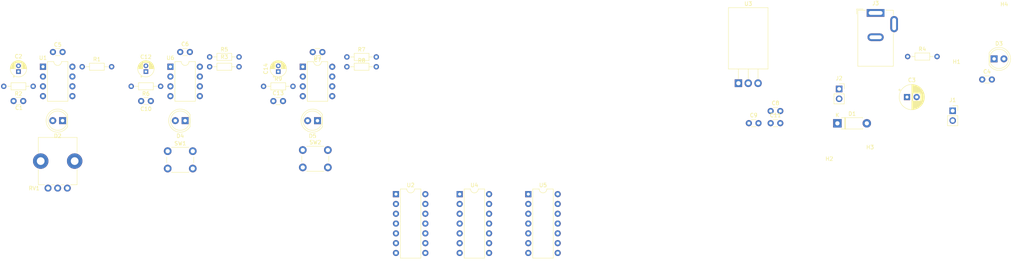
<source format=kicad_pcb>
(kicad_pcb (version 20220308) (generator pcbnew)
  (layers (0 "F.Cu" signal) (31 "B.Cu" signal) (34 "B.Paste" user) (35 "F.Paste" user) (36 "B.SilkS" user "B.Silkscreen") (37 "F.SilkS" user "F.Silkscreen") (38 "B.Mask" user) (39 "F.Mask" user) (44 "Edge.Cuts" user))
  (net 0 "")
  (net 1 "GND")
  (net 2 "Net-(U1-CV)")
  (net 3 "Net-(U1-THR)")
  (net 4 "Net-(D4-A)")
  (net 5 "+5V")
  (net 6 "/clock_out")
  (net 7 "/manual_out")
  (net 8 "Net-(D3-K)")
  (net 9 "/select_pulse")
  (net 10 "/output")
  (net 11 "VCC")
  (net 12 "Net-(U1-DIS)")
  (net 26 "Net-(D1-K)")
  (net 27 "Net-(U6-CV)")
  (net 28 "Net-(U6-DIS)")
  (net 29 "Net-(U7-CV)")
  (net 30 "Net-(U7-DIS)")
  (net 31 "Net-(D2-A)")
  (net 33 "Net-(U6-TR)")
  (net 34 "Net-(U7-TR)")
  (net 35 "Net-(U2A-~{Q})")
  (net 36 "Net-(U2A-Q)")
  (net 43 "Net-(U4-Pad3)")
  (net 44 "Net-(U4-Pad6)")
  (net 48 "Net-(D5-A)")
  (footprint "Resistor_THT:R_Axial_DIN0204_L3.6mm_D1.6mm_P7.62mm_Horizontal" (layer "F.Cu") (at 189.23 38.11)
    (fp_text reference "R9" (at 3.81 -1.92) (layer "F.SilkS"))
    (fp_text value "1K")
    (pad "1" thru_hole circle (at 0 0) (size 1.4 1.4) (drill 0.7) (layers *.Cu *.Mask) (net 9 "/select_pulse"))
    (pad "2" thru_hole oval (at 7.62 0) (size 1.4 1.4) (drill 0.7) (layers *.Cu *.Mask) (net 48 "Net-(D5-A)"))
  )
  (footprint "Button_Switch_THT:SW_PUSH_6mm_H5mm" (layer "F.Cu") (at 199.39 54.61)
    (fp_text reference "SW2" (at 3.25 -2) (layer "F.SilkS"))
    (fp_text value "SW_Push")
    (pad "1" thru_hole circle (at 0 0 90) (size 2 2) (drill 1.1) (layers *.Cu *.Mask) (net 34 "Net-(U7-TR)"))
    (pad "1" thru_hole circle (at 6.5 0 90) (size 2 2) (drill 1.1) (layers *.Cu *.Mask) (net 34 "Net-(U7-TR)"))
    (pad "2" thru_hole circle (at 0 4.5 90) (size 2 2) (drill 1.1) (layers *.Cu *.Mask) (net 1 "GND"))
    (pad "2" thru_hole circle (at 6.5 4.5 90) (size 2 2) (drill 1.1) (layers *.Cu *.Mask) (net 1 "GND"))
  )
  (footprint "Package_DIP:DIP-14_W7.62mm" (layer "F.Cu") (at 257.82 66.035)
    (fp_text reference "U5" (at 3.81 -2.33) (layer "F.SilkS"))
    (fp_text value "74HC86")
    (pad "1" thru_hole rect (at 0 0) (size 1.6 1.6) (drill 0.8) (layers *.Cu *.Mask) (net 44 "Net-(U4-Pad6)"))
    (pad "2" thru_hole oval (at 0 2.54) (size 1.6 1.6) (drill 0.8) (layers *.Cu *.Mask) (net 43 "Net-(U4-Pad3)"))
    (pad "3" thru_hole oval (at 0 5.08) (size 1.6 1.6) (drill 0.8) (layers *.Cu *.Mask) (net 10 "/output"))
    (pad "4" thru_hole oval (at 0 7.62) (size 1.6 1.6) (drill 0.8) (layers *.Cu *.Mask))
    (pad "5" thru_hole oval (at 0 10.16) (size 1.6 1.6) (drill 0.8) (layers *.Cu *.Mask))
    (pad "6" thru_hole oval (at 0 12.7) (size 1.6 1.6) (drill 0.8) (layers *.Cu *.Mask))
    (pad "7" thru_hole oval (at 0 15.24) (size 1.6 1.6) (drill 0.8) (layers *.Cu *.Mask) (net 1 "GND"))
    (pad "8" thru_hole oval (at 7.62 15.24) (size 1.6 1.6) (drill 0.8) (layers *.Cu *.Mask))
    (pad "9" thru_hole oval (at 7.62 12.7) (size 1.6 1.6) (drill 0.8) (layers *.Cu *.Mask))
    (pad "10" thru_hole oval (at 7.62 10.16) (size 1.6 1.6) (drill 0.8) (layers *.Cu *.Mask))
    (pad "11" thru_hole oval (at 7.62 7.62) (size 1.6 1.6) (drill 0.8) (layers *.Cu *.Mask))
    (pad "12" thru_hole oval (at 7.62 5.08) (size 1.6 1.6) (drill 0.8) (layers *.Cu *.Mask))
    (pad "13" thru_hole oval (at 7.62 2.54) (size 1.6 1.6) (drill 0.8) (layers *.Cu *.Mask))
    (pad "14" thru_hole oval (at 7.62 0) (size 1.6 1.6) (drill 0.8) (layers *.Cu *.Mask) (net 5 "+5V"))
  )
  (footprint "Package_TO_SOT_THT:TO-220-3_Horizontal_TabDown" (layer "F.Cu") (at 312.262 37.293)
    (fp_text reference "U3" (at 2.54 -20.58) (layer "F.SilkS"))
    (fp_text value "L7805_J")
    (pad "" np_thru_hole oval (at 2.54 -16.66) (size 3.5 3.5) (drill 3.5) (layers *.Cu *.Mask))
    (pad "1" thru_hole rect (at 0 0) (size 1.905 2) (drill 1.1) (layers *.Cu *.Mask) (net 26 "Net-(D1-K)"))
    (pad "2" thru_hole oval (at 2.54 0) (size 1.905 2) (drill 1.1) (layers *.Cu *.Mask) (net 1 "GND"))
    (pad "3" thru_hole oval (at 5.08 0) (size 1.905 2) (drill 1.1) (layers *.Cu *.Mask) (net 5 "+5V"))
  )
  (footprint "Capacitor_THT:CP_Radial_D4.0mm_P1.50mm" (layer "F.Cu") (at 125.73 34.29 90)
    (fp_text reference "C2" (at 3.937 0 180) (layer "F.SilkS"))
    (fp_text value "4.7uF")
    (pad "1" thru_hole rect (at 0 0 90) (size 1.2 1.2) (drill 0.6) (layers *.Cu *.Mask) (net 3 "Net-(U1-THR)"))
    (pad "2" thru_hole circle (at 1.5 0 90) (size 1.2 1.2) (drill 0.6) (layers *.Cu *.Mask) (net 1 "GND"))
  )
  (footprint "LED_THT:LED_D5.0mm" (layer "F.Cu") (at 137.16 46.99 180)
    (fp_text reference "D2" (at 1.27 -3.96) (layer "F.SilkS"))
    (fp_text value "LED")
    (pad "1" thru_hole rect (at 0 0 180) (size 1.8 1.8) (drill 0.9) (layers *.Cu *.Mask) (net 1 "GND"))
    (pad "2" thru_hole circle (at 2.54 0 180) (size 1.8 1.8) (drill 0.9) (layers *.Cu *.Mask) (net 31 "Net-(D2-A)"))
  )
  (footprint "Capacitor_THT:C_Disc_D3.0mm_W1.6mm_P2.50mm" (layer "F.Cu") (at 320.61 44.5)
    (fp_text reference "C8" (at 1.25 -2.05) (layer "F.SilkS"))
    (fp_text value ".1uF")
    (pad "1" thru_hole circle (at 0 0) (size 1.6 1.6) (drill 0.8) (layers *.Cu *.Mask) (net 5 "+5V"))
    (pad "2" thru_hole circle (at 2.5 0) (size 1.6 1.6) (drill 0.8) (layers *.Cu *.Mask) (net 1 "GND"))
  )
  (footprint "MountingHole:MountingHole_4.3mm_M4" (layer "F.Cu") (at 346.372 59.183)
    (fp_text reference "H3" (at 0 -5.3) (layer "F.SilkS"))
    (fp_text value "MountingHole")
    (pad "" np_thru_hole circle (at 0 0) (size 4.3 4.3) (drill 4.3) (layers *.Cu *.Mask))
  )
  (footprint "Capacitor_THT:C_Disc_D3.0mm_W1.6mm_P2.50mm" (layer "F.Cu") (at 160.02 41.91 180)
    (fp_text reference "C10" (at 1.25 -2.05) (layer "F.SilkS"))
    (fp_text value "0.01uF")
    (pad "1" thru_hole circle (at 0 0 180) (size 1.6 1.6) (drill 0.8) (layers *.Cu *.Mask) (net 27 "Net-(U6-CV)"))
    (pad "2" thru_hole circle (at 2.5 0 180) (size 1.6 1.6) (drill 0.8) (layers *.Cu *.Mask) (net 1 "GND"))
  )
  (footprint "Resistor_THT:R_Axial_DIN0204_L3.6mm_D1.6mm_P7.62mm_Horizontal" (layer "F.Cu") (at 356.102 30.383)
    (fp_text reference "R4" (at 3.81 -1.92) (layer "F.SilkS"))
    (fp_text value "1K")
    (pad "1" thru_hole circle (at 0 0) (size 1.4 1.4) (drill 0.7) (layers *.Cu *.Mask) (net 8 "Net-(D3-K)"))
    (pad "2" thru_hole oval (at 7.62 0) (size 1.4 1.4) (drill 0.7) (layers *.Cu *.Mask) (net 1 "GND"))
  )
  (footprint "Capacitor_THT:C_Disc_D3.0mm_W1.6mm_P2.50mm" (layer "F.Cu") (at 320.61 47.65)
    (fp_text reference "C11" (at 1.25 -2.05) (layer "F.SilkS"))
    (fp_text value ".1uF")
    (pad "1" thru_hole circle (at 0 0) (size 1.6 1.6) (drill 0.8) (layers *.Cu *.Mask) (net 5 "+5V"))
    (pad "2" thru_hole circle (at 2.5 0) (size 1.6 1.6) (drill 0.8) (layers *.Cu *.Mask) (net 1 "GND"))
  )
  (footprint "MountingHole:MountingHole_4.3mm_M4" (layer "F.Cu") (at 368.772 37.033)
    (fp_text reference "H1" (at 0 -5.3) (layer "F.SilkS"))
    (fp_text value "MountingHole")
    (pad "" np_thru_hole circle (at 0 0) (size 4.3 4.3) (drill 4.3) (layers *.Cu *.Mask))
  )
  (footprint "Resistor_THT:R_Axial_DIN0204_L3.6mm_D1.6mm_P7.62mm_Horizontal" (layer "F.Cu") (at 210.82 33.03)
    (fp_text reference "R8" (at 3.81 -1.62) (layer "F.SilkS"))
    (fp_text value "51K")
    (pad "1" thru_hole circle (at 0 0) (size 1.4 1.4) (drill 0.7) (layers *.Cu *.Mask) (net 5 "+5V"))
    (pad "2" thru_hole oval (at 7.62 0) (size 1.4 1.4) (drill 0.7) (layers *.Cu *.Mask) (net 9 "/select_pulse"))
  )
  (footprint "Connector_BarrelJack:BarrelJack_GCT_DCJ200-10-A_Horizontal" (layer "F.Cu") (at 347.802 19.083)
    (fp_text reference "J3" (at 0 -2.5) (layer "F.SilkS"))
    (fp_text value "Barrel_Jack_Switch")
    (pad "1" thru_hole rect (at 0 0) (size 4.6 2) (drill oval 3.6 1) (layers *.Cu *.Mask) (net 11 "VCC"))
    (pad "2" thru_hole oval (at 0 6.3) (size 4.2 2) (drill oval 3.2 1) (layers *.Cu *.Mask) (net 1 "GND"))
    (pad "3" thru_hole oval (at 4.8 2.9) (size 2 4.2) (drill oval 1 3.2) (layers *.Cu *.Mask))
  )
  (footprint "Capacitor_THT:C_Disc_D3.0mm_W1.6mm_P2.50mm" (layer "F.Cu") (at 137.16 29.21 180)
    (fp_text reference "C5" (at 1.25 1.905) (layer "F.SilkS"))
    (fp_text value ".1uF")
    (pad "1" thru_hole circle (at 0 0 180) (size 1.6 1.6) (drill 0.8) (layers *.Cu *.Mask) (net 5 "+5V"))
    (pad "2" thru_hole circle (at 2.5 0 180) (size 1.6 1.6) (drill 0.8) (layers *.Cu *.Mask) (net 1 "GND"))
  )
  (footprint "Resistor_THT:R_Axial_DIN0204_L3.6mm_D1.6mm_P7.62mm_Horizontal" (layer "F.Cu") (at 162.56 38.1 180)
    (fp_text reference "R6" (at 3.81 -1.92) (layer "F.SilkS"))
    (fp_text value "1K")
    (pad "1" thru_hole circle (at 0 0 180) (size 1.4 1.4) (drill 0.7) (layers *.Cu *.Mask) (net 7 "/manual_out"))
    (pad "2" thru_hole oval (at 7.62 0 180) (size 1.4 1.4) (drill 0.7) (layers *.Cu *.Mask) (net 4 "Net-(D4-A)"))
  )
  (footprint "Capacitor_THT:CP_Radial_D6.3mm_P2.50mm" (layer "F.Cu") (at 355.937241 40.883)
    (fp_text reference "C3" (at 1.25 -4.4) (layer "F.SilkS"))
    (fp_text value "470")
    (pad "1" thru_hole rect (at 0 0) (size 1.6 1.6) (drill 0.8) (layers *.Cu *.Mask) (net 26 "Net-(D1-K)"))
    (pad "2" thru_hole circle (at 2.5 0) (size 1.6 1.6) (drill 0.8) (layers *.Cu *.Mask) (net 1 "GND"))
  )
  (footprint "Package_DIP:DIP-8_W7.62mm" (layer "F.Cu") (at 165.1 33.02)
    (fp_text reference "U6" (at 0 -2.286) (layer "F.SilkS"))
    (fp_text value "NE555P")
    (pad "1" thru_hole rect (at 0 0) (size 1.6 1.6) (drill 0.8) (layers *.Cu *.Mask) (net 1 "GND"))
    (pad "2" thru_hole oval (at 0 2.54) (size 1.6 1.6) (drill 0.8) (layers *.Cu *.Mask) (net 33 "Net-(U6-TR)"))
    (pad "3" thru_hole oval (at 0 5.08) (size 1.6 1.6) (drill 0.8) (layers *.Cu *.Mask) (net 7 "/manual_out"))
    (pad "4" thru_hole oval (at 0 7.62) (size 1.6 1.6) (drill 0.8) (layers *.Cu *.Mask) (net 5 "+5V"))
    (pad "5" thru_hole oval (at 7.62 7.62) (size 1.6 1.6) (drill 0.8) (layers *.Cu *.Mask) (net 27 "Net-(U6-CV)"))
    (pad "6" thru_hole oval (at 7.62 5.08) (size 1.6 1.6) (drill 0.8) (layers *.Cu *.Mask) (net 28 "Net-(U6-DIS)"))
    (pad "7" thru_hole oval (at 7.62 2.54) (size 1.6 1.6) (drill 0.8) (layers *.Cu *.Mask) (net 28 "Net-(U6-DIS)"))
    (pad "8" thru_hole oval (at 7.62 0) (size 1.6 1.6) (drill 0.8) (layers *.Cu *.Mask) (net 5 "+5V"))
  )
  (footprint "Resistor_THT:R_Axial_DIN0204_L3.6mm_D1.6mm_P7.62mm_Horizontal" (layer "F.Cu") (at 129.54 38.1 180)
    (fp_text reference "R2" (at 3.81 -1.92) (layer "F.SilkS"))
    (fp_text value "1K")
    (pad "1" thru_hole circle (at 0 0 180) (size 1.4 1.4) (drill 0.7) (layers *.Cu *.Mask) (net 6 "/clock_out"))
    (pad "2" thru_hole oval (at 7.62 0 180) (size 1.4 1.4) (drill 0.7) (layers *.Cu *.Mask) (net 31 "Net-(D2-A)"))
  )
  (footprint "LED_THT:LED_D5.0mm" (layer "F.Cu") (at 378.502 30.983)
    (fp_text reference "D3" (at 1.27 -3.96) (layer "F.SilkS"))
    (fp_text value "LED")
    (pad "1" thru_hole rect (at 0 0) (size 1.8 1.8) (drill 0.9) (layers *.Cu *.Mask) (net 8 "Net-(D3-K)"))
    (pad "2" thru_hole circle (at 2.54 0) (size 1.8 1.8) (drill 0.9) (layers *.Cu *.Mask) (net 10 "/output"))
  )
  (footprint "Connector_PinSocket_2.54mm:PinSocket_1x02_P2.54mm_Vertical" (layer "F.Cu") (at 367.772 44.433)
    (fp_text reference "J1" (at 0 -2.77) (layer "F.SilkS"))
    (fp_text value "Conn_01x02_Female")
    (pad "1" thru_hole rect (at 0 0) (size 1.7 1.7) (drill 1) (layers *.Cu *.Mask) (net 5 "+5V"))
    (pad "2" thru_hole oval (at 0 2.54) (size 1.7 1.7) (drill 1) (layers *.Cu *.Mask) (net 1 "GND"))
  )
  (footprint "Package_DIP:DIP-8_W7.62mm" (layer "F.Cu") (at 199.4 33.03)
    (fp_text reference "U7" (at 3.81 -2.33) (layer "F.SilkS"))
    (fp_text value "NE555P")
    (pad "1" thru_hole rect (at 0 0) (size 1.6 1.6) (drill 0.8) (layers *.Cu *.Mask) (net 1 "GND"))
    (pad "2" thru_hole oval (at 0 2.54) (size 1.6 1.6) (drill 0.8) (layers *.Cu *.Mask) (net 34 "Net-(U7-TR)"))
    (pad "3" thru_hole oval (at 0 5.08) (size 1.6 1.6) (drill 0.8) (layers *.Cu *.Mask) (net 9 "/select_pulse"))
    (pad "4" thru_hole oval (at 0 7.62) (size 1.6 1.6) (drill 0.8) (layers *.Cu *.Mask) (net 5 "+5V"))
    (pad "5" thru_hole oval (at 7.62 7.62) (size 1.6 1.6) (drill 0.8) (layers *.Cu *.Mask) (net 29 "Net-(U7-CV)"))
    (pad "6" thru_hole oval (at 7.62 5.08) (size 1.6 1.6) (drill 0.8) (layers *.Cu *.Mask) (net 30 "Net-(U7-DIS)"))
    (pad "7" thru_hole oval (at 7.62 2.54) (size 1.6 1.6) (drill 0.8) (layers *.Cu *.Mask) (net 30 "Net-(U7-DIS)"))
    (pad "8" thru_hole oval (at 7.62 0) (size 1.6 1.6) (drill 0.8) (layers *.Cu *.Mask) (net 5 "+5V"))
  )
  (footprint "Resistor_THT:R_Axial_DIN0204_L3.6mm_D1.6mm_P7.62mm_Horizontal" (layer "F.Cu") (at 210.82 30.49)
    (fp_text reference "R7" (at 3.81 -1.92) (layer "F.SilkS"))
    (fp_text value "1K")
    (pad "1" thru_hole circle (at 0 0) (size 1.4 1.4) (drill 0.7) (layers *.Cu *.Mask) (net 34 "Net-(U7-TR)"))
    (pad "2" thru_hole oval (at 7.62 0) (size 1.4 1.4) (drill 0.7) (layers *.Cu *.Mask) (net 5 "+5V"))
  )
  (footprint "Resistor_THT:R_Axial_DIN0204_L3.6mm_D1.6mm_P7.62mm_Horizontal" (layer "F.Cu") (at 175.26 30.48)
    (fp_text reference "R5" (at 3.81 -1.92) (layer "F.SilkS"))
    (fp_text value "51K")
    (pad "1" thru_hole circle (at 0 0) (size 1.4 1.4) (drill 0.7) (layers *.Cu *.Mask) (net 5 "+5V"))
    (pad "2" thru_hole oval (at 7.62 0) (size 1.4 1.4) (drill 0.7) (layers *.Cu *.Mask) (net 7 "/manual_out"))
  )
  (footprint "Potentiometer_THT:Potentiometer_Alps_RK09K_Single_Vertical" (layer "F.Cu") (at 138.39 64.47 90)
    (fp_text reference "RV1" (at -0.046 -8.596 180) (layer "F.SilkS"))
    (fp_text value "100K")
    (pad "" np_thru_hole circle (at 7 -6.9 90) (size 4 4) (drill 2) (layers *.Cu *.Mask))
    (pad "" np_thru_hole circle (at 7 1.9 90) (size 4 4) (drill 2) (layers *.Cu *.Mask))
    (pad "1" thru_hole circle (at 0 0 90) (size 1.8 1.8) (drill 1) (layers *.Cu *.Mask) (net 12 "Net-(U1-DIS)"))
    (pad "2" thru_hole circle (at 0 -2.5 90) (size 1.8 1.8) (drill 1) (layers *.Cu *.Mask) (net 3 "Net-(U1-THR)"))
    (pad "3" thru_hole circle (at 0 -5 90) (size 1.8 1.8) (drill 1) (layers *.Cu *.Mask))
  )
  (footprint "LED_THT:LED_D5.0mm" (layer "F.Cu") (at 203.2 47 180)
    (fp_text reference "D5" (at 1.27 -3.96) (layer "F.SilkS"))
    (fp_text value "LED")
    (pad "1" thru_hole rect (at 0 0 180) (size 1.8 1.8) (drill 0.9) (layers *.Cu *.Mask) (net 1 "GND"))
    (pad "2" thru_hole circle (at 2.54 0 180) (size 1.8 1.8) (drill 0.9) (layers *.Cu *.Mask) (net 48 "Net-(D5-A)"))
  )
  (footprint "Button_Switch_THT:SW_PUSH_6mm_H5mm" (layer "F.Cu") (at 164.39 54.9)
    (fp_text reference "SW1" (at 3.25 -2) (layer "F.SilkS"))
    (fp_text value "SW_Push")
    (pad "1" thru_hole circle (at 0 0 90) (size 2 2) (drill 1.1) (layers *.Cu *.Mask) (net 33 "Net-(U6-TR)"))
    (pad "1" thru_hole circle (at 6.5 0 90) (size 2 2) (drill 1.1) (layers *.Cu *.Mask) (net 33 "Net-(U6-TR)"))
    (pad "2" thru_hole circle (at 0 4.5 90) (size 2 2) (drill 1.1) (layers *.Cu *.Mask) (net 1 "GND"))
    (pad "2" thru_hole circle (at 6.5 4.5 90) (size 2 2) (drill 1.1) (layers *.Cu *.Mask) (net 1 "GND"))
  )
  (footprint "Diode_THT:D_DO-41_SOD81_P7.62mm_Horizontal" (layer "F.Cu") (at 337.902 47.683)
    (fp_text reference "D1" (at 3.81 -2.47) (layer "F.SilkS"))
    (fp_text value "1N4007")
    (fp_text user "K" (at 0 -2.1) (layer "F.SilkS"))
    (pad "1" thru_hole rect (at 0 0) (size 2.2 2.2) (drill 1.1) (layers *.Cu *.Mask) (net 26 "Net-(D1-K)"))
    (pad "2" thru_hole oval (at 7.62 0) (size 2.2 2.2) (drill 1.1) (layers *.Cu *.Mask) (net 11 "VCC"))
  )
  (footprint "MountingHole:MountingHole_4.3mm_M4" (layer "F.Cu") (at 381.122 22.133)
    (fp_text reference "H4" (at 0 -5.3) (layer "F.SilkS"))
    (fp_text value "MountingHole")
    (pad "" np_thru_hole circle (at 0 0) (size 4.3 4.3) (drill 4.3) (layers *.Cu *.Mask))
  )
  (footprint "Capacitor_THT:C_Disc_D3.0mm_W1.6mm_P2.50mm" (layer "F.Cu") (at 124.46 41.91)
    (fp_text reference "C1" (at 1.397 1.778) (layer "F.SilkS"))
    (fp_text value "0.01uF")
    (pad "1" thru_hole circle (at 0 0) (size 1.6 1.6) (drill 0.8) (layers *.Cu *.Mask) (net 1 "GND"))
    (pad "2" thru_hole circle (at 2.5 0) (size 1.6 1.6) (drill 0.8) (layers *.Cu *.Mask) (net 2 "Net-(U1-CV)"))
  )
  (footprint "Connector_PinSocket_2.54mm:PinSocket_1x02_P2.54mm_Vertical" (layer "F.Cu") (at 338.352 38.783)
    (fp_text reference "J2" (at 0 -2.77) (layer "F.SilkS"))
    (fp_text value "Conn_01x02_Female")
    (pad "1" thru_hole rect (at 0 0) (size 1.7 1.7) (drill 1) (layers *.Cu *.Mask) (net 10 "/output"))
    (pad "2" thru_hole oval (at 0 2.54) (size 1.7 1.7) (drill 1) (layers *.Cu *.Mask) (net 1 "GND"))
  )
  (footprint "Package_DIP:DIP-14_W7.62mm" (layer "F.Cu") (at 240.04 66.035)
    (fp_text reference "U4" (at 3.81 -2.33) (layer "F.SilkS"))
    (fp_text value "74LS08")
    (pad "1" thru_hole rect (at 0 0) (size 1.6 1.6) (drill 0.8) (layers *.Cu *.Mask) (net 35 "Net-(U2A-~{Q})"))
    (pad "2" thru_hole oval (at 0 2.54) (size 1.6 1.6) (drill 0.8) (layers *.Cu *.Mask) (net 6 "/clock_out"))
    (pad "3" thru_hole oval (at 0 5.08) (size 1.6 1.6) (drill 0.8) (layers *.Cu *.Mask) (net 43 "Net-(U4-Pad3)"))
    (pad "4" thru_hole oval (at 0 7.62) (size 1.6 1.6) (drill 0.8) (layers *.Cu *.Mask) (net 7 "/manual_out"))
    (pad "5" thru_hole oval (at 0 10.16) (size 1.6 1.6) (drill 0.8) (layers *.Cu *.Mask) (net 36 "Net-(U2A-Q)"))
    (pad "6" thru_hole oval (at 0 12.7) (size 1.6 1.6) (drill 0.8) (layers *.Cu *.Mask) (net 44 "Net-(U4-Pad6)"))
    (pad "7" thru_hole oval (at 0 15.24) (size 1.6 1.6) (drill 0.8) (layers *.Cu *.Mask) (net 1 "GND"))
    (pad "8" thru_hole oval (at 7.62 15.24) (size 1.6 1.6) (drill 0.8) (layers *.Cu *.Mask))
    (pad "9" thru_hole oval (at 7.62 12.7) (size 1.6 1.6) (drill 0.8) (layers *.Cu *.Mask))
    (pad "10" thru_hole oval (at 7.62 10.16) (size 1.6 1.6) (drill 0.8) (layers *.Cu *.Mask))
    (pad "11" thru_hole oval (at 7.62 7.62) (size 1.6 1.6) (drill 0.8) (layers *.Cu *.Mask))
    (pad "12" thru_hole oval (at 7.62 5.08) (size 1.6 1.6) (drill 0.8) (layers *.Cu *.Mask))
    (pad "13" thru_hole oval (at 7.62 2.54) (size 1.6 1.6) (drill 0.8) (layers *.Cu *.Mask))
    (pad "14" thru_hole oval (at 7.62 0) (size 1.6 1.6) (drill 0.8) (layers *.Cu *.Mask) (net 5 "+5V"))
  )
  (footprint "Package_DIP:DIP-14_W7.62mm" (layer "F.Cu") (at 223.53 66.035)
    (fp_text reference "U2" (at 3.81 -2.33) (layer "F.SilkS"))
    (fp_text value "74LS107")
    (pad "1" thru_hole rect (at 0 0) (size 1.6 1.6) (drill 0.8) (layers *.Cu *.Mask) (net 5 "+5V"))
    (pad "2" thru_hole oval (at 0 2.54) (size 1.6 1.6) (drill 0.8) (layers *.Cu *.Mask) (net 35 "Net-(U2A-~{Q})"))
    (pad "3" thru_hole oval (at 0 5.08) (size 1.6 1.6) (drill 0.8) (layers *.Cu *.Mask) (net 36 "Net-(U2A-Q)"))
    (pad "4" thru_hole oval (at 0 7.62) (size 1.6 1.6) (drill 0.8) (layers *.Cu *.Mask) (net 5 "+5V"))
    (pad "5" thru_hole oval (at 0 10.16) (size 1.6 1.6) (drill 0.8) (layers *.Cu *.Mask))
    (pad "6" thru_hole oval (at 0 12.7) (size 1.6 1.6) (drill 0.8) (layers *.Cu *.Mask))
    (pad "7" thru_hole oval (at 0 15.24) (size 1.6 1.6) (drill 0.8) (layers *.Cu *.Mask) (net 1 "GND"))
    (pad "8" thru_hole oval (at 7.62 15.24) (size 1.6 1.6) (drill 0.8) (layers *.Cu *.Mask))
    (pad "9" thru_hole oval (at 7.62 12.7) (size 1.6 1.6) (drill 0.8) (layers *.Cu *.Mask))
    (pad "10" thru_hole oval (at 7.62 10.16) (size 1.6 1.6) (drill 0.8) (layers *.Cu *.Mask))
    (pad "11" thru_hole oval (at 7.62 7.62) (size 1.6 1.6) (drill 0.8) (layers *.Cu *.Mask))
    (pad "12" thru_hole oval (at 7.62 5.08) (size 1.6 1.6) (drill 0.8) (layers *.Cu *.Mask) (net 9 "/select_pulse"))
    (pad "13" thru_hole oval (at 7.62 2.54) (size 1.6 1.6) (drill 0.8) (layers *.Cu *.Mask) (net 5 "+5V"))
    (pad "14" thru_hole oval (at 7.62 0) (size 1.6 1.6) (drill 0.8) (layers *.Cu *.Mask) (net 5 "+5V"))
  )
  (footprint "Capacitor_THT:C_Disc_D3.0mm_W1.6mm_P2.50mm" (layer "F.Cu") (at 204.47 29.22 180)
    (fp_text reference "C7" (at 1.25 -2.05) (layer "F.SilkS"))
    (fp_text value ".1uF")
    (pad "1" thru_hole circle (at 0 0 180) (size 1.6 1.6) (drill 0.8) (layers *.Cu *.Mask) (net 5 "+5V"))
    (pad "2" thru_hole circle (at 2.5 0 180) (size 1.6 1.6) (drill 0.8) (layers *.Cu *.Mask) (net 1 "GND"))
  )
  (footprint "Package_DIP:DIP-8_W7.62mm" (layer "F.Cu") (at 132.08 33.02)
    (fp_text reference "U1" (at 0 -2.286) (layer "F.SilkS"))
    (fp_text value "NE555P")
    (pad "1" thru_hole rect (at 0 0) (size 1.6 1.6) (drill 0.8) (layers *.Cu *.Mask) (net 1 "GND"))
    (pad "2" thru_hole oval (at 0 2.54) (size 1.6 1.6) (drill 0.8) (layers *.Cu *.Mask) (net 3 "Net-(U1-THR)"))
    (pad "3" thru_hole oval (at 0 5.08) (size 1.6 1.6) (drill 0.8) (layers *.Cu *.Mask) (net 6 "/clock_out"))
    (pad "4" thru_hole oval (at 0 7.62) (size 1.6 1.6) (drill 0.8) (layers *.Cu *.Mask) (net 5 "+5V"))
    (pad "5" thru_hole oval (at 7.62 7.62) (size 1.6 1.6) (drill 0.8) (layers *.Cu *.Mask) (net 2 "Net-(U1-CV)"))
    (pad "6" thru_hole oval (at 7.62 5.08) (size 1.6 1.6) (drill 0.8) (layers *.Cu *.Mask) (net 3 "Net-(U1-THR)"))
    (pad "7" thru_hole oval (at 7.62 2.54) (size 1.6 1.6) (drill 0.8) (layers *.Cu *.Mask) (net 12 "Net-(U1-DIS)"))
    (pad "8" thru_hole oval (at 7.62 0) (size 1.6 1.6) (drill 0.8) (layers *.Cu *.Mask) (net 5 "+5V"))
  )
  (footprint "Capacitor_THT:CP_Radial_D4.0mm_P1.50mm" (layer "F.Cu") (at 193.04 34.3 90)
    (fp_text reference "C14" (at 0.75 -3.25 90) (layer "F.SilkS"))
    (fp_text value "4.7uF")
    (pad "1" thru_hole rect (at 0 0 90) (size 1.2 1.2) (drill 0.6) (layers *.Cu *.Mask) (net 30 "Net-(U7-DIS)"))
    (pad "2" thru_hole circle (at 1.5 0 90) (size 1.2 1.2) (drill 0.6) (layers *.Cu *.Mask) (net 1 "GND"))
  )
  (footprint "Capacitor_THT:C_Disc_D3.0mm_W1.6mm_P2.50mm" (layer "F.Cu") (at 375.422 36.333)
    (fp_text reference "C4" (at 1.25 -2.05) (layer "F.SilkS"))
    (fp_text value ".33uF")
    (pad "1" thru_hole circle (at 0 0) (size 1.6 1.6) (drill 0.8) (layers *.Cu *.Mask) (net 1 "GND"))
    (pad "2" thru_hole circle (at 2.5 0) (size 1.6 1.6) (drill 0.8) (layers *.Cu *.Mask) (net 26 "Net-(D1-K)"))
  )
  (footprint "Capacitor_THT:CP_Radial_D4.0mm_P1.50mm" (layer "F.Cu") (at 158.75 34.29 90)
    (fp_text reference "C12" (at 3.81 0 180) (layer "F.SilkS"))
    (fp_text value "4.7uF")
    (pad "1" thru_hole rect (at 0 0 90) (size 1.2 1.2) (drill 0.6) (layers *.Cu *.Mask) (net 28 "Net-(U6-DIS)"))
    (pad "2" thru_hole circle (at 1.5 0 90) (size 1.2 1.2) (drill 0.6) (layers *.Cu *.Mask) (net 1 "GND"))
  )
  (footprint "MountingHole:MountingHole_4.3mm_M4" (layer "F.Cu") (at 335.802 62.183)
    (fp_text reference "H2" (at 0 -5.3) (layer "F.SilkS"))
    (fp_text value "MountingHole")
    (pad "" np_thru_hole circle (at 0 0) (size 4.3 4.3) (drill 4.3) (layers *.Cu *.Mask))
  )
  (footprint "Resistor_THT:R_Axial_DIN0204_L3.6mm_D1.6mm_P7.62mm_Horizontal" (layer "F.Cu") (at 175.26 33.02)
    (fp_text reference "R3" (at 3.81 -2.54) (layer "F.SilkS"))
    (fp_text value "1K")
    (pad "1" thru_hole circle (at 0 0) (size 1.4 1.4) (drill 0.7) (layers *.Cu *.Mask) (net 33 "Net-(U6-TR)"))
    (pad "2" thru_hole oval (at 7.62 0) (size 1.4 1.4) (drill 0.7) (layers *.Cu *.Mask) (net 5 "+5V"))
  )
  (footprint "Capacitor_THT:C_Disc_D3.0mm_W1.6mm_P2.50mm" (layer "F.Cu") (at 191.77 41.92)
    (fp_text reference "C13" (at 1.25 -2.05) (layer "F.SilkS"))
    (fp_text value "0.01uF")
    (pad "1" thru_hole circle (at 0 0) (size 1.6 1.6) (drill 0.8) (layers *.Cu *.Mask) (net 29 "Net-(U7-CV)"))
    (pad "2" thru_hole circle (at 2.5 0) (size 1.6 1.6) (drill 0.8) (layers *.Cu *.Mask) (net 1 "GND"))
  )
  (footprint "Capacitor_THT:C_Disc_D3.0mm_W1.6mm_P2.50mm" (layer "F.Cu") (at 314.96 47.65)
    (fp_text reference "C9" (at 1.25 -2.05) (layer "F.SilkS"))
    (fp_text value ".1uF")
    (pad "1" thru_hole circle (at 0 0) (size 1.6 1.6) (drill 0.8) (layers *.Cu *.Mask) (net 5 "+5V"))
    (pad "2" thru_hole circle (at 2.5 0) (size 1.6 1.6) (drill 0.8) (layers *.Cu *.Mask) (net 1 "GND"))
  )
  (footprint "Resistor_THT:R_Axial_DIN0204_L3.6mm_D1.6mm_P7.62mm_Horizontal" (layer "F.Cu") (at 142.24 33.02)
    (fp_text reference "R1" (at 3.81 -1.92) (layer "F.SilkS"))
    (fp_text value "1K")
    (pad "1" thru_hole circle (at 0 0) (size 1.4 1.4) (drill 0.7) (layers *.Cu *.Mask) (net 5 "+5V"))
    (pad "2" thru_hole oval (at 7.62 0) (size 1.4 1.4) (drill 0.7) (layers *.Cu *.Mask) (net 12 "Net-(U1-DIS)"))
  )
  (footprint "Capacitor_THT:C_Disc_D3.0mm_W1.6mm_P2.50mm" (layer "F.Cu") (at 167.64 29.21)
    (fp_text reference "C6" (at 1.25 -2.05) (layer "F.SilkS"))
    (fp_text value ".1uF")
    (pad "1" thru_hole circle (at 0 0) (size 1.6 1.6) (drill 0.8) (layers *.Cu *.Mask) (net 5 "+5V"))
    (pad "2" thru_hole circle (at 2.5 0) (size 1.6 1.6) (drill 0.8) (layers *.Cu *.Mask) (net 1 "GND"))
  )
  (footprint "LED_THT:LED_D5.0mm" (layer "F.Cu") (at 168.91 46.99 180)
    (fp_text reference "D4" (at 1.27 -3.96) (layer "F.SilkS"))
    (fp_text value "LED")
    (pad "1" thru_hole rect (at 0 0 180) (size 1.8 1.8) (drill 0.9) (layers *.Cu *.Mask) (net 1 "GND"))
    (pad "2" thru_hole circle (at 2.54 0 180) (size 1.8 1.8) (drill 0.9) (layers *.Cu *.Mask) (net 4 "Net-(D4-A)"))
  )
)
</source>
